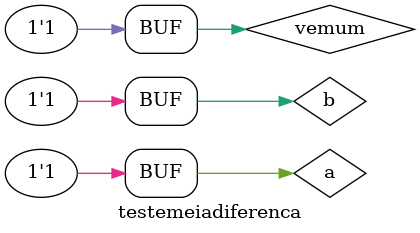
<source format=v>


module meiadiferenca (s, s1, p, q);
output s, s1;
input p, q;
assign s = p ^ q;
assign s1 = ~p & q;

endmodule // meiadiferenca

//-- Teste diferenca completa 

module testemeiadiferenca;
reg a, b, vemum;
wire s2, s3, s4, s5, s6, s, s1;

meiadiferenca M1 (s2, s3, a, b);
meiadiferenca M2 (s, s4, s2, vemum);
nand NAND1 (s5, s3, s3);
nand NAND2 (s6, s4, s4);
nand NAND3 (s1, s5, s6);

  // parte principal
   initial begin
	   $display("Guia 04 - Exercicio 05");
		$display("Bruno Cesar Lopes Silva - 415985");
      $display("Diferenca Completa");
      $display("\n a - b - cIn = s / cOut\n");
  		a=0; b=0; vemum=0;
		$monitor(" %b - %b - %b =   %b / %b", a, b, vemum, s, s1);
		#1 a=0; b=0; vemum=1;
		#1 a=0; b=1; vemum=0;
		#1 a=0; b=1; vemum=1;
		#1 a=1; b=0; vemum=0;
		#1 a=1; b=0; vemum=1;
		#1 a=1; b=1; vemum=0;
		#1 a=1; b=1; vemum=1;
		
		end
		
		endmodule // testediferencacompleta
</source>
